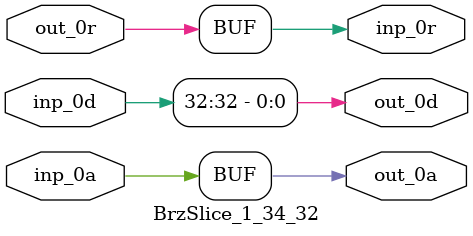
<source format=v>
module BrzSlice_1_34_32 (
  out_0r, out_0a, out_0d,
  inp_0r, inp_0a, inp_0d
);
  input out_0r;
  output out_0a;
  output out_0d;
  output inp_0r;
  input inp_0a;
  input [33:0] inp_0d;
  assign inp_0r = out_0r;
  assign out_0a = inp_0a;
  assign out_0d = inp_0d[32];
endmodule
</source>
